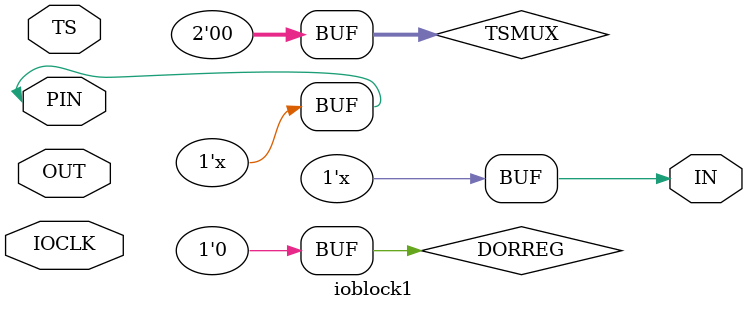
<source format=v>
module ioblock1(
	       inout  PIN,
	       input  TS,
	       input  OUT,
	       output IN,
	       input IOCLK
	       );
   
   reg 		     D;
   reg [2-1:0] 	     TSMUX;
   reg 		     DORREG;

   assign PIN = ( TSMUX == 2'b00 ) ? 1'bz : (( TSMUX == 2'b01 && TS == 1'b1 ) ? OUT : (( TSMUX == 2'b01 && TS == 1'b0 ) ? 1'bz : OUT));
   assign IN  = ( DORREG == 1'b0 ) ? PIN  : D;
   
   initial
     begin
	D=1'b0;
	TSMUX=2'b00;
	DORREG=1'b0;
     end
   
   always @(posedge IOCLK) D=PIN;
   
endmodule       

</source>
